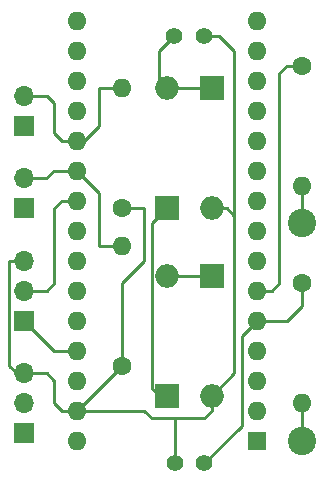
<source format=gbr>
%TF.GenerationSoftware,KiCad,Pcbnew,(6.0.4)*%
%TF.CreationDate,2022-08-18T03:48:08+09:00*%
%TF.ProjectId,MultiMeter,4d756c74-694d-4657-9465-722e6b696361,rev?*%
%TF.SameCoordinates,Original*%
%TF.FileFunction,Copper,L1,Top*%
%TF.FilePolarity,Positive*%
%FSLAX46Y46*%
G04 Gerber Fmt 4.6, Leading zero omitted, Abs format (unit mm)*
G04 Created by KiCad (PCBNEW (6.0.4)) date 2022-08-18 03:48:08*
%MOMM*%
%LPD*%
G01*
G04 APERTURE LIST*
%TA.AperFunction,ComponentPad*%
%ADD10R,1.700000X1.700000*%
%TD*%
%TA.AperFunction,ComponentPad*%
%ADD11O,1.700000X1.700000*%
%TD*%
%TA.AperFunction,ComponentPad*%
%ADD12R,2.000000X2.000000*%
%TD*%
%TA.AperFunction,ComponentPad*%
%ADD13O,2.000000X2.000000*%
%TD*%
%TA.AperFunction,ComponentPad*%
%ADD14C,1.600000*%
%TD*%
%TA.AperFunction,ComponentPad*%
%ADD15O,1.600000X1.600000*%
%TD*%
%TA.AperFunction,ComponentPad*%
%ADD16C,1.400000*%
%TD*%
%TA.AperFunction,ComponentPad*%
%ADD17C,2.400000*%
%TD*%
%TA.AperFunction,ComponentPad*%
%ADD18R,1.600000X1.600000*%
%TD*%
%TA.AperFunction,Conductor*%
%ADD19C,0.250000*%
%TD*%
G04 APERTURE END LIST*
D10*
%TO.P,OilTemp,1*%
%TO.N,N/C*%
X62865000Y-45105000D03*
D11*
%TO.P,OilTemp,2*%
X62865000Y-42565000D03*
%TD*%
D10*
%TO.P,WaterTemp,1*%
%TO.N,N/C*%
X62865000Y-38115000D03*
D11*
%TO.P,WaterTemp,2*%
X62865000Y-35575000D03*
%TD*%
D12*
%TO.P,D2,1*%
%TO.N,N/C*%
X74930000Y-60960000D03*
D13*
%TO.P,D2,2*%
X74930000Y-50800000D03*
%TD*%
D10*
%TO.P,OilPress,1*%
%TO.N,N/C*%
X62865000Y-54610000D03*
D11*
%TO.P,OilPress,2*%
X62865000Y-52070000D03*
%TO.P,OilPress,3*%
X62865000Y-49530000D03*
%TD*%
D14*
%TO.P,R2,1*%
%TO.N,N/C*%
X71120000Y-58420000D03*
D15*
%TO.P,R2,2*%
X71120000Y-48260000D03*
%TD*%
D16*
%TO.P,C1,1*%
%TO.N,N/C*%
X78105000Y-66675000D03*
%TO.P,C1,2*%
X75605000Y-66675000D03*
%TD*%
D14*
%TO.P,R1,1*%
%TO.N,N/C*%
X71120000Y-45085000D03*
D15*
%TO.P,R1,2*%
X71120000Y-34925000D03*
%TD*%
D12*
%TO.P,D4,1*%
%TO.N,N/C*%
X74930000Y-45085000D03*
D13*
%TO.P,D4,2*%
X74930000Y-34925000D03*
%TD*%
D12*
%TO.P,D1,1*%
%TO.N,N/C*%
X78740000Y-50800000D03*
D13*
%TO.P,D1,2*%
X78740000Y-60960000D03*
%TD*%
D17*
%TO.P,Speed,1*%
%TO.N,N/C*%
X86360000Y-46355000D03*
%TD*%
D16*
%TO.P,C2,1*%
%TO.N,N/C*%
X75585000Y-30480000D03*
%TO.P,C2,2*%
X78085000Y-30480000D03*
%TD*%
D17*
%TO.P,Tacho,1*%
%TO.N,N/C*%
X86360000Y-64770000D03*
%TD*%
D18*
%TO.P,A1,1*%
%TO.N,N/C*%
X82550000Y-64770000D03*
D15*
%TO.P,A1,2*%
X82550000Y-62230000D03*
%TO.P,A1,3*%
X82550000Y-59690000D03*
%TO.P,A1,4*%
X82550000Y-57150000D03*
%TO.P,A1,5*%
X82550000Y-54610000D03*
%TO.P,A1,6*%
X82550000Y-52070000D03*
%TO.P,A1,7*%
X82550000Y-49530000D03*
%TO.P,A1,8*%
X82550000Y-46990000D03*
%TO.P,A1,9*%
X82550000Y-44450000D03*
%TO.P,A1,10*%
X82550000Y-41910000D03*
%TO.P,A1,11*%
X82550000Y-39370000D03*
%TO.P,A1,12*%
X82550000Y-36830000D03*
%TO.P,A1,13*%
X82550000Y-34290000D03*
%TO.P,A1,14*%
X82550000Y-31750000D03*
%TO.P,A1,15*%
X82550000Y-29210000D03*
%TO.P,A1,16*%
X67310000Y-29210000D03*
%TO.P,A1,17*%
X67310000Y-31750000D03*
%TO.P,A1,18*%
X67310000Y-34290000D03*
%TO.P,A1,19*%
X67310000Y-36830000D03*
%TO.P,A1,20*%
X67310000Y-39370000D03*
%TO.P,A1,21*%
X67310000Y-41910000D03*
%TO.P,A1,22*%
X67310000Y-44450000D03*
%TO.P,A1,23*%
X67310000Y-46990000D03*
%TO.P,A1,24*%
X67310000Y-49530000D03*
%TO.P,A1,25*%
X67310000Y-52070000D03*
%TO.P,A1,26*%
X67310000Y-54610000D03*
%TO.P,A1,27*%
X67310000Y-57150000D03*
%TO.P,A1,28*%
X67310000Y-59690000D03*
%TO.P,A1,29*%
X67310000Y-62230000D03*
%TO.P,A1,30*%
X67310000Y-64770000D03*
%TD*%
D14*
%TO.P,R4,1*%
%TO.N,N/C*%
X86360000Y-33020000D03*
D15*
%TO.P,R4,2*%
X86360000Y-43180000D03*
%TD*%
D12*
%TO.P,D3,1*%
%TO.N,N/C*%
X78740000Y-34925000D03*
D13*
%TO.P,D3,2*%
X78740000Y-45085000D03*
%TD*%
D10*
%TO.P,Boost,1*%
%TO.N,N/C*%
X62865000Y-64135000D03*
D11*
%TO.P,Boost,2*%
X62865000Y-61595000D03*
%TO.P,Boost,3*%
X62865000Y-59055000D03*
%TD*%
D14*
%TO.P,R3,1*%
%TO.N,N/C*%
X86360000Y-51435000D03*
D15*
%TO.P,R3,2*%
X86360000Y-61595000D03*
%TD*%
D19*
%TO.N,*%
X73660000Y-60325000D02*
X74295000Y-60960000D01*
X78740000Y-60960000D02*
X80645000Y-59055000D01*
X74930000Y-50800000D02*
X78740000Y-50800000D01*
X67310000Y-62230000D02*
X66040000Y-62230000D01*
X85090000Y-33020000D02*
X86360000Y-33020000D01*
X71120000Y-51435000D02*
X73025000Y-49530000D01*
X61595000Y-58420000D02*
X61595000Y-49530000D01*
X67310000Y-41910000D02*
X69215000Y-43815000D01*
X71120000Y-58420000D02*
X71120000Y-51435000D01*
X81280000Y-55880000D02*
X81280000Y-63500000D01*
X80645000Y-59055000D02*
X80645000Y-45720000D01*
X73025000Y-49530000D02*
X73025000Y-45085000D01*
X62865000Y-59055000D02*
X62230000Y-59055000D01*
X65405000Y-59690000D02*
X64770000Y-59055000D01*
X67310000Y-44450000D02*
X66040000Y-44450000D01*
X84455000Y-33655000D02*
X85090000Y-33020000D01*
X82550000Y-54610000D02*
X81280000Y-55880000D01*
X73660000Y-62865000D02*
X75565000Y-62865000D01*
X69215000Y-38100000D02*
X69215000Y-34925000D01*
X74295000Y-60960000D02*
X74930000Y-60960000D01*
X67310000Y-62230000D02*
X71120000Y-58420000D01*
X84455000Y-51435000D02*
X84455000Y-33655000D01*
X65405000Y-57150000D02*
X62865000Y-54610000D01*
X69215000Y-34925000D02*
X71120000Y-34925000D01*
X64750000Y-42565000D02*
X65405000Y-41910000D01*
X82550000Y-54610000D02*
X85090000Y-54610000D01*
X65405000Y-51435000D02*
X64770000Y-52070000D01*
X80645000Y-45720000D02*
X80645000Y-31750000D01*
X74930000Y-34925000D02*
X78740000Y-34925000D01*
X66040000Y-44450000D02*
X65405000Y-45085000D01*
X75605000Y-66675000D02*
X75605000Y-62905000D01*
X69215000Y-48260000D02*
X71120000Y-48260000D01*
X75565000Y-62865000D02*
X78105000Y-62865000D01*
X80010000Y-45085000D02*
X78740000Y-45085000D01*
X62865000Y-42565000D02*
X64750000Y-42565000D01*
X62865000Y-35575000D02*
X64785000Y-35575000D01*
X65405000Y-61595000D02*
X65405000Y-59690000D01*
X74930000Y-45085000D02*
X73660000Y-46355000D01*
X61595000Y-49530000D02*
X62865000Y-49530000D01*
X79375000Y-30480000D02*
X78085000Y-30480000D01*
X81280000Y-63500000D02*
X78105000Y-66675000D01*
X80645000Y-45720000D02*
X80010000Y-45085000D01*
X75605000Y-62905000D02*
X75565000Y-62865000D01*
X74295000Y-34290000D02*
X74930000Y-34925000D01*
X66040000Y-39370000D02*
X67310000Y-39370000D01*
X64770000Y-52070000D02*
X62865000Y-52070000D01*
X62230000Y-59055000D02*
X61595000Y-58420000D01*
X78740000Y-62230000D02*
X78740000Y-60960000D01*
X69215000Y-43815000D02*
X69215000Y-48260000D01*
X67310000Y-62230000D02*
X73025000Y-62230000D01*
X67310000Y-57150000D02*
X65405000Y-57150000D01*
X80645000Y-31750000D02*
X79375000Y-30480000D01*
X64785000Y-35575000D02*
X65405000Y-36195000D01*
X64770000Y-59055000D02*
X62865000Y-59055000D01*
X67310000Y-39370000D02*
X67945000Y-39370000D01*
X75585000Y-30480000D02*
X74295000Y-31770000D01*
X73025000Y-45085000D02*
X71120000Y-45085000D01*
X66040000Y-62230000D02*
X65405000Y-61595000D01*
X65405000Y-36195000D02*
X65405000Y-38735000D01*
X67945000Y-39370000D02*
X69215000Y-38100000D01*
X86360000Y-53340000D02*
X86360000Y-51435000D01*
X73660000Y-46355000D02*
X73660000Y-60325000D01*
X86360000Y-46355000D02*
X86360000Y-43180000D01*
X65405000Y-38735000D02*
X66040000Y-39370000D01*
X82550000Y-52070000D02*
X83820000Y-52070000D01*
X73025000Y-62230000D02*
X73660000Y-62865000D01*
X86360000Y-64770000D02*
X86360000Y-61595000D01*
X83820000Y-52070000D02*
X84455000Y-51435000D01*
X78105000Y-62865000D02*
X78740000Y-62230000D01*
X65405000Y-41910000D02*
X67310000Y-41910000D01*
X74295000Y-31770000D02*
X74295000Y-34290000D01*
X65405000Y-45085000D02*
X65405000Y-51435000D01*
X85090000Y-54610000D02*
X86360000Y-53340000D01*
%TD*%
M02*

</source>
